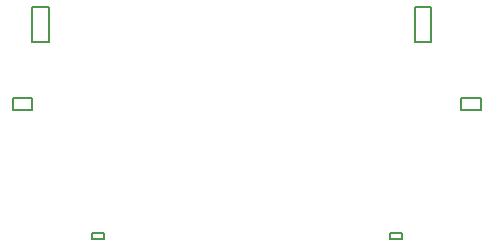
<source format=gbr>
%TF.GenerationSoftware,Altium Limited,Altium Designer,21.6.4 (81)*%
G04 Layer_Color=8388736*
%FSLAX26Y26*%
%MOIN*%
%TF.SameCoordinates,879DA611-49A8-4675-8A71-469A8E5B397B*%
%TF.FilePolarity,Positive*%
%TF.FileFunction,Other,Top_3D_Body*%
%TF.Part,Single*%
G01*
G75*
%TA.AperFunction,NonConductor*%
%ADD50C,0.007874*%
D50*
X1822441Y2095157D02*
Y2214843D01*
Y2095157D02*
X1877559D01*
Y2214843D01*
X1822441D02*
X1877559D01*
X3097441Y2095157D02*
Y2214843D01*
Y2095157D02*
X3152559D01*
Y2214843D01*
X3097441D02*
X3152559D01*
X3054685Y1440158D02*
Y1459842D01*
X3015315D02*
X3054685D01*
X3015315Y1440158D02*
Y1459842D01*
Y1440158D02*
X3054685D01*
X2020315D02*
Y1459842D01*
Y1440158D02*
X2059685D01*
Y1459842D01*
X2020315D02*
X2059685D01*
X1822480Y1871299D02*
Y1908701D01*
X1757520D02*
X1822480D01*
X1757520Y1871299D02*
Y1908701D01*
Y1871299D02*
X1822480D01*
X3252520D02*
Y1908701D01*
Y1871299D02*
X3317480D01*
Y1908701D01*
X3252520D02*
X3317480D01*
%TF.MD5,975ffd49bf296e0f29465574f81084ca*%
M02*

</source>
